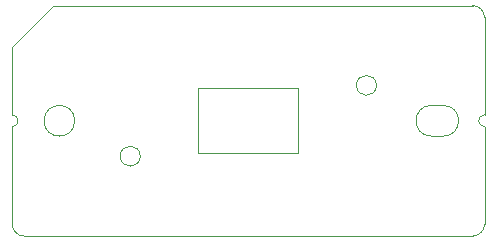
<source format=gbr>
G04 #@! TF.GenerationSoftware,KiCad,Pcbnew,5.1.9-73d0e3b20d~88~ubuntu20.04.1*
G04 #@! TF.CreationDate,2021-02-03T01:27:43+08:00*
G04 #@! TF.ProjectId,ic7000_drive,69633730-3030-45f6-9472-6976652e6b69,B*
G04 #@! TF.SameCoordinates,Original*
G04 #@! TF.FileFunction,Profile,NP*
%FSLAX46Y46*%
G04 Gerber Fmt 4.6, Leading zero omitted, Abs format (unit mm)*
G04 Created by KiCad (PCBNEW 5.1.9-73d0e3b20d~88~ubuntu20.04.1) date 2021-02-03 01:27:43*
%MOMM*%
%LPD*%
G01*
G04 APERTURE LIST*
G04 #@! TA.AperFunction,Profile*
%ADD10C,0.050000*%
G04 #@! TD*
G04 APERTURE END LIST*
D10*
X144000000Y-74200000D02*
X144000000Y-69600000D01*
X144000000Y-62800000D02*
X144000000Y-58200000D01*
X104000000Y-69100000D02*
X104000000Y-73700000D01*
X104000000Y-73700000D02*
X104000000Y-74900000D01*
X144000000Y-74900000D02*
X144000000Y-74200000D01*
X144000000Y-58200000D02*
X144000000Y-57400000D01*
X104000000Y-65650000D02*
G75*
G02*
X104000000Y-66650000I0J-500000D01*
G01*
X104000000Y-69100000D02*
X104000000Y-66650000D01*
X144000000Y-66650000D02*
G75*
G02*
X144000000Y-65650000I0J500000D01*
G01*
X144000000Y-69600000D02*
X144000000Y-66650000D01*
X114850000Y-69150000D02*
G75*
G03*
X114850000Y-69150000I-850000J0D01*
G01*
X134850000Y-63150000D02*
G75*
G03*
X134850000Y-63150000I-850000J0D01*
G01*
X109300000Y-66150000D02*
G75*
G03*
X109300000Y-66150000I-1300000J0D01*
G01*
X139500000Y-67450000D02*
G75*
G02*
X139500000Y-64850000I0J1300000D01*
G01*
X140500000Y-64850000D02*
G75*
G02*
X140500000Y-67450000I0J-1300000D01*
G01*
X139500000Y-64850000D02*
X140500000Y-64850000D01*
X139500000Y-67450000D02*
X140500000Y-67450000D01*
X107500000Y-56400000D02*
X104000000Y-59900000D01*
X143000000Y-56400000D02*
G75*
G02*
X144000000Y-57400000I0J-1000000D01*
G01*
X144000000Y-74900000D02*
G75*
G02*
X143000000Y-75900000I-1000000J0D01*
G01*
X143000000Y-56400000D02*
X107500000Y-56400000D01*
X144000000Y-65650000D02*
X144000000Y-62800000D01*
X105000000Y-75900000D02*
G75*
G02*
X104000000Y-74900000I0J1000000D01*
G01*
X105000000Y-75900000D02*
X143000000Y-75900000D01*
X104000000Y-65650000D02*
X104000000Y-59900000D01*
X119700000Y-68900000D02*
X128200000Y-68900000D01*
X119700000Y-63400000D02*
X119700000Y-68900000D01*
X128200000Y-63400000D02*
X119700000Y-63400000D01*
X128200000Y-68900000D02*
X128200000Y-63400000D01*
M02*

</source>
